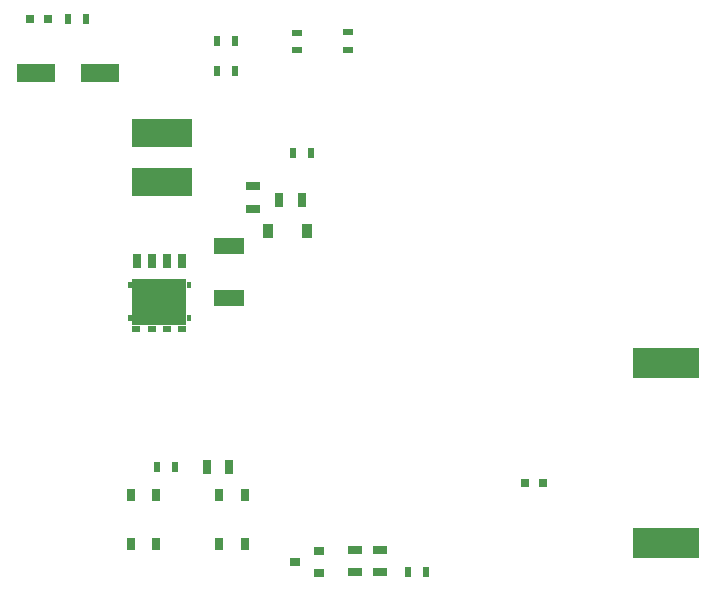
<source format=gtp>
G04 #@! TF.FileFunction,Paste,Top*
%FSLAX45Y45*%
G04 Gerber Fmt 4.5, Leading zero omitted, Abs format (unit mm)*
G04 Created by KiCad (PCBNEW 4.0.7-e2-6376~58~ubuntu17.04.1) date Thu Feb 22 21:40:24 2018*
%MOMM*%
%LPD*%
G01*
G04 APERTURE LIST*
%ADD10C,0.100000*%
%ADD11R,1.297940X0.698500*%
%ADD12R,3.197860X1.597660*%
%ADD13R,2.500000X1.400000*%
%ADD14R,0.848360X1.198880*%
%ADD15R,5.100000X2.350000*%
%ADD16R,0.698500X1.297940*%
%ADD17R,0.599440X0.899160*%
%ADD18R,0.647700X1.049020*%
%ADD19R,0.899160X0.797560*%
%ADD20R,5.588000X2.540000*%
%ADD21R,0.899160X0.599440*%
%ADD22R,0.797560X0.797560*%
%ADD23R,0.400000X0.600000*%
%ADD24R,0.700000X0.550000*%
%ADD25R,0.635000X1.250000*%
%ADD26R,0.650000X1.250000*%
%ADD27R,4.600000X3.900000*%
G04 APERTURE END LIST*
D10*
D11*
X9563100Y-8407146D03*
X9563100Y-8217154D03*
D12*
X8264398Y-7258050D03*
X7724902Y-7258050D03*
D13*
X9360000Y-9160000D03*
X9360000Y-8720000D03*
D14*
X10022586Y-8600000D03*
X9687814Y-8600000D03*
D15*
X8788400Y-7768100D03*
X8788400Y-8183100D03*
D16*
X9359646Y-10598150D03*
X9169654Y-10598150D03*
D11*
X10636250Y-11296904D03*
X10636250Y-11486896D03*
X10426700Y-11486896D03*
X10426700Y-11296904D03*
D16*
X9975596Y-8337550D03*
X9785604Y-8337550D03*
D17*
X10050780Y-7937500D03*
X9900920Y-7937500D03*
D18*
X9492742Y-10829036D03*
X9492742Y-11243564D03*
X9277858Y-10829036D03*
X9277858Y-11243564D03*
X8743442Y-10835386D03*
X8743442Y-11249914D03*
X8528558Y-10835386D03*
X8528558Y-11249914D03*
D19*
X10120122Y-11493246D03*
X10120122Y-11303254D03*
X9920478Y-11398250D03*
D20*
X13060000Y-9718000D03*
X13060000Y-11242000D03*
D17*
X8901430Y-10598150D03*
X8751570Y-10598150D03*
X10878820Y-11487150D03*
X11028680Y-11487150D03*
X9259570Y-6985000D03*
X9409430Y-6985000D03*
X9259570Y-7245350D03*
X9409430Y-7245350D03*
D21*
X10369550Y-6910070D03*
X10369550Y-7059930D03*
X9931400Y-6916420D03*
X9931400Y-7066280D03*
D17*
X7995070Y-6800000D03*
X8144930Y-6800000D03*
D22*
X7824930Y-6800000D03*
X7675070Y-6800000D03*
X12014930Y-10730000D03*
X11865070Y-10730000D03*
D23*
X9019350Y-9329300D03*
X8519350Y-9329300D03*
X9019350Y-9054300D03*
D24*
X8706850Y-9421800D03*
X8831850Y-9421800D03*
X8964350Y-9421800D03*
D25*
X8578850Y-8851800D03*
D26*
X8705850Y-8851800D03*
D25*
X8832850Y-8851800D03*
X8959850Y-8851800D03*
D27*
X8769350Y-9199300D03*
D24*
X8574350Y-9421800D03*
D23*
X8519350Y-9054300D03*
M02*

</source>
